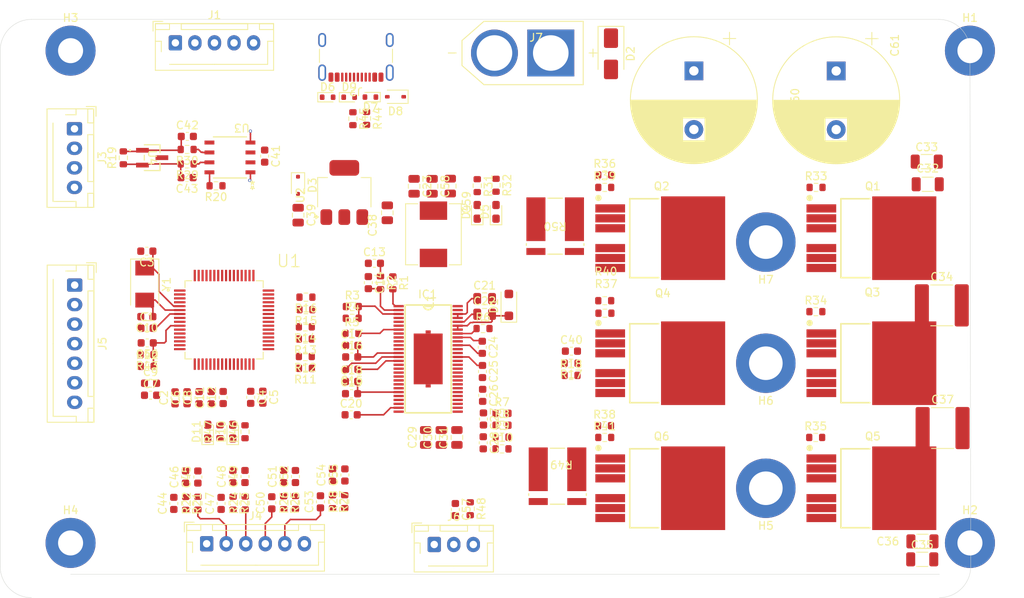
<source format=kicad_pcb>
(kicad_pcb (version 20240108) (generator "pcbnew") (generator_version "8.0")
  (layers (0 "F.Cu" signal) (31 "B.Cu" signal) (34 "B.Paste" user) (35 "F.Paste" user) (36 "B.SilkS" user "B.Silkscreen") (37 "F.SilkS" user "F.Silkscreen") (38 "B.Mask" user) (39 "F.Mask" user) (44 "Edge.Cuts" user))
  (net 0 "")
  (net 1 "NRST")
  (net 2 "GND")
  (net 3 "VCC")
  (net 4 "Net-(U1-PH0{slash}OSC_IN)")
  (net 5 "Net-(U1-VCAP_1)")
  (net 6 "Net-(U1-VCAP_2)")
  (net 7 "Net-(U1-PH1{slash}OSC_OUT)")
  (net 8 "Net-(C13-Pad2)")
  (net 9 "Net-(IC1-COMP)")
  (net 10 "Net-(IC1-CP2)")
  (net 11 "Net-(IC1-CP1)")
  (net 12 "Net-(IC1-GVDD)")
  (net 13 "Net-(IC1-DVDD)")
  (net 14 "Net-(IC1-AVDD)")
  (net 15 "Net-(C21-Pad1)")
  (net 16 "Net-(IC1-BST_BK)")
  (net 17 "Net-(D1-K)")
  (net 18 "Net-(IC1-BST_A)")
  (net 19 "/MOSFET DRIVER/H1_VS")
  (net 20 "Net-(IC1-BST_B)")
  (net 21 "/MOSFET DRIVER/H2_VS")
  (net 22 "/MOSFET DRIVER/H3_VS")
  (net 23 "Net-(IC1-BST_C)")
  (net 24 "Net-(IC1-SN1)")
  (net 25 "Net-(IC1-SP1)")
  (net 26 "Net-(IC1-SN2)")
  (net 27 "Net-(IC1-SP2)")
  (net 28 "V_SUPPLY")
  (net 29 "+5V")
  (net 30 "Net-(D3-A)")
  (net 31 "/MCU/ADC_TEMP")
  (net 32 "/CAN BUS/CANL")
  (net 33 "/CAN BUS/CANH")
  (net 34 "/HALL_FILTER/HALL1_IN")
  (net 35 "/HALL_FILTER/HALL1_OUT")
  (net 36 "/HALL_FILTER/HALL2_IN")
  (net 37 "/HALL_FILTER/HALL2_OUT")
  (net 38 "/HALL_FILTER/HALL3_IN")
  (net 39 "/HALL_FILTER/HALL3_OUT")
  (net 40 "/HALL_FILTER/TEMP_IN")
  (net 41 "/HALL_FILTER/TEMP_OUT")
  (net 42 "/MCU/AN_IN")
  (net 43 "/MCU/SERVO")
  (net 44 "Net-(D6-A2)")
  (net 45 "Net-(D7-A2)")
  (net 46 "Net-(D9-A2)")
  (net 51 "Net-(IC1-RT_CLK)")
  (net 52 "Net-(IC1-VSENSE)")
  (net 53 "Net-(IC1-DTC)")
  (net 54 "Net-(IC1-BIAS)")
  (net 55 "/MCU/SENS1")
  (net 56 "/MCU/SENS2")
  (net 57 "/MCU/SENS3")
  (net 58 "Net-(R20-Pad2)")
  (net 59 "Net-(U3-CANH)")
  (net 60 "Net-(U3-CANL)")
  (net 61 "Net-(D4-A)")
  (net 62 "Net-(D5-A)")
  (net 63 "Net-(Q1-Pad1)")
  (net 64 "/MOSFET DRIVER/M_H1")
  (net 65 "/MOSFET DRIVER/M_H2")
  (net 66 "Net-(Q3-Pad1)")
  (net 67 "/MOSFET DRIVER/M_H3")
  (net 68 "Net-(Q5-Pad1)")
  (net 69 "/MOSFET DRIVER/M_L1")
  (net 70 "Net-(Q2-Pad1)")
  (net 71 "Net-(Q4-Pad1)")
  (net 72 "/MOSFET DRIVER/M_L2")
  (net 73 "Net-(Q6-Pad1)")
  (net 74 "/MOSFET DRIVER/M_L3")
  (net 75 "/MOSFET DRIVER/HI_LOW")
  (net 76 "/MOSFET DRIVER/H3_LOW")
  (net 77 "/MCU/USB_DM")
  (net 78 "/MCU/USB_DP")
  (net 79 "/MCU/LED_RED")
  (net 80 "Net-(D10-A)")
  (net 81 "/MCU/LED_GREEN")
  (net 82 "Net-(D11-A)")
  (net 83 "Net-(J6-Pin_3)")
  (net 84 "/MCU/H3")
  (net 85 "/MCU/H1")
  (net 86 "/MCU/DC_CAL")
  (net 87 "/MCU/L3")
  (net 88 "/MCU/BR_S01")
  (net 89 "/MCU/FAULT")
  (net 90 "/MCU/L2")
  (net 91 "/MCU/BR_S02")
  (net 93 "/MCU/L1")
  (net 95 "/MCU/EN_GATE")
  (net 97 "/MCU/H2")
  (net 99 "/CAN BUS/CAN_TX")
  (net 100 "/CAN BUS/CAN_RX")
  (net 102 "/MCU/MISO_ADC_EXT2")
  (net 103 "/MCU/RX_SCL_MOSI")
  (net 110 "SWDIO")
  (net 112 "/MCU/TX_SDA_NSS")
  (net 113 "/MCU/SCK_ADC_EXT")
  (net 117 "SWCLK")
  (net 120 "/MOSFET DRIVER/SH1_A")
  (net 121 "/MOSFET DRIVER/SH1_B")
  (net 122 "/MOSFET DRIVER/SH2_A")
  (net 123 "/MOSFET DRIVER/SH2_B")
  (footprint "Resistor_SMD:R_0603_1608Metric" (layer "F.Cu") (at 95.0175 67.345 180)
    (property "Reference" "R14")
    (property "Value" "2k2")
  )
  (footprint "Resistor_SMD:R_0603_1608Metric" (layer "F.Cu") (at 95.03 72.65 180)
    (property "Reference" "R11")
    (property "Value" "39K")
  )
  (footprint "LED_SMD:LED_0603_1608Metric_Pad1.05x0.95mm_HandSolder" (layer "F.Cu") (at 119.4 52.625 90)
    (property "Reference" "D5")
    (property "Value" "RED")
  )
  (footprint "Connector_JST:JST_XH_B5B-XH-AM_1x05_P2.50mm_Vertical" (layer "F.Cu") (at 78.4 31)
    (property "Reference" "J1")
    (property "Value" "Conn_01x05_Socket")
  )
  (footprint "Capacitor_SMD:C_0805_2012Metric" (layer "F.Cu") (at 117.94155 63.7351)
    (property "Reference" "C21")
    (property "Value" "10uF/100V")
  )
  (footprint "Capacitor_SMD:C_0805_2012Metric" (layer "F.Cu") (at 105.5 52.75 90)
    (property "Reference" "C38")
    (property "Value" "10uF")
  )
  (footprint "Connector_JST:JST_XH_B7B-XH-AM_1x07_P2.50mm_Vertical" (layer "F.Cu") (at 65.525 62 -90)
    (property "Reference" "J5")
    (property "Value" "Conn_01x07_Socket")
  )
  (footprint "Capacitor_SMD:C_0603_1608Metric" (layer "F.Cu") (at 84.51 76.3875 90)
    (property "Reference" "C12")
    (property "Value" "2.2uF")
  )
  (footprint "Resistor_SMD:R_0603_1608Metric" (layer "F.Cu") (at 160.3 65.4)
    (property "Reference" "R34")
    (property "Value" "4R7")
  )
  (footprint "Resistor_SMD:R_0603_1608Metric" (layer "F.Cu") (at 133.3 81.5)
    (property "Reference" "R41")
    (property "Value" "39K")
  )
  (footprint "Resistor_SMD:R_0603_1608Metric" (layer "F.Cu") (at 120.16655 79.9351)
    (property "Reference" "R8")
    (property "Value" "100R")
  )
  (footprint "Capacitor_SMD:C_0603_1608Metric" (layer "F.Cu") (at 79.9 76.42 90)
    (property "Reference" "C6")
    (property "Value" "2.2uF")
  )
  (footprint "MountingHole:MountingHole_3.2mm_M3_Pad" (layer "F.Cu") (at 65 95)
    (property "Reference" "H4")
    (property "Value" "MountingHole_Pad")
  )
  (footprint "Capacitor_SMD:C_0805_2012Metric" (layer "F.Cu") (at 111.225 49.355 -90)
    (property "Reference" "C58")
    (property "Value" "10uF")
  )
  (footprint "MountingHole:MountingHole_3.2mm_M3_Pad" (layer "F.Cu") (at 180 95)
    (property "Reference" "H2")
    (property "Value" "MountingHole_Pad")
  )
  (footprint "Capacitor_SMD:C_0603_1608Metric" (layer "F.Cu") (at 98.5 86.325 90)
    (property "Reference" "C54")
    (property "Value" "100nF")
  )
  (footprint "Capacitor_SMD:C_0603_1608Metric" (layer "F.Cu") (at 78.36 76.43 90)
    (property "Reference" "C2")
    (property "Value" "2.2uF")
  )
  (footprint "Capacitor_SMD:C_1206_3216Metric" (layer "F.Cu") (at 174.475 46.2)
    (property "Reference" "C33")
    (property "Value" "10uF/50V")
  )
  (footprint "Capacitor_SMD:C_0805_2012Metric" (layer "F.Cu") (at 112.4 81.5 90)
    (property "Reference" "C30")
    (property "Value" "10uF/50V")
  )
  (footprint "ESDCAN24_2BLY:SOT_24-2BLY_STM-M" (layer "F.Cu") (at 75.43285 45.695 -90)
    (property "Reference" "U4")
    (property "Value" "ESDCAN24-2BLY")
  )
  (footprint "Resistor_SMD:R_0603_1608Metric" (layer "F.Cu") (at 117.74155 67.5601)
    (property "Reference" "R6")
    (property "Value" "1M")
  )
  (footprint "Resistor_SMD:R_0603_1608Metric" (layer "F.Cu") (at 102.84 40.67 -90)
    (property "Reference" "R44")
    (property "Value" "22R")
  )
  (footprint "Resistor_SMD:R_0603_1608Metric" (layer "F.Cu") (at 98.5 89.725 -90)
    (property "Reference" "R27")
    (property "Value" "2.2K")
  )
  (footprint "IRFS7530TRL7PP:TO127P1524X483-7N" (layer "F.Cu") (at 167.4 88)
    (property "Reference" "Q5")
    (property "Value" "IRFS7530TRL7PP")
  )
  (footprint "Capacitor_SMD:C_1206_3216Metric" (layer "F.Cu") (at 174.6 49.1)
    (property "Reference" "C32")
    (property "Value" "10uF/50V")
  )
  (footprint "Resistor_SMD:R_0603_1608Metric" (layer "F.Cu") (at 160.275 81.5)
    (property "Reference" "R35")
    (property "Value" "4R7")
  )
  (footprint "Resistor_SMD:R_0603_1608Metric" (layer "F.Cu") (at 119.4 49.225 -90)
    (property "Reference" "R32")
    (property "Value" "1K")
  )
  (footprint "Connector_JST:JST_XH_B3B-XH-AM_1x03_P2.50mm_Vertical" (layer "F.Cu") (at 111.5 95.2)
    (property "Reference" "J6")
    (property "Value" "Conn_01x03_Socket")
  )
  (footprint "Resistor_SMD:R_0603_1608Metric" (layer "F.Cu") (at 74.775 70.9 180)
    (property "Reference" "R43")
    (property "Value" "2.2K")
  )
  (footprint "Capacitor_SMD:C_0603_1608Metric" (layer "F.Cu") (at 100.075 86.3 90)
    (property "Reference" "C55")
    (property "Value" "4.7nF")
  )
  (footprint "Capacitor_SMD:C_0603_1608Metric" (layer "F.Cu") (at 74.75 57.66 180)
    (property "Reference" "C3")
    (property "Value" "15pF")
  )
  (footprint "Resistor_SMD:R_0603_1608Metric" (layer "F.Cu") (at 133.3 47.9)
    (property "Reference" "R36")
    (property "Value" "4R7")
  )
  (footprint "STM32F405RGT6:QFP50P1200X1200X160-64N" (layer "F.Cu") (at 84.63 66.45)
    (property "Reference" "U1")
    (property "Value" "STM32F405RGT6")
  )
  (footprint "Resistor_SMD:R_0603_1608Metric" (layer "F.Cu") (at 83.59745 49.295 180)
    (property "Reference" "R20")
    (property "Value" "10K")
  )
  (footprint "Capacitor_SMD:C_0603_1608Metric" (layer "F.Cu") (at 117.79155 79.1351 -90)
    (property "Reference" "C27")
    (property "Value" "2.2nF")
  )
  (footprint "Capacitor_SMD:C_0603_1608Metric" (layer "F.Cu") (at 103.075 61.6875 -90)
    (property "Reference" "C14")
    (property "Value" "120pF")
  )
  (footprint "Capacitor_SMD:C_0603_1608Metric" (layer "F.Cu") (at 92.25 86.5 90)
    (property "Reference" "C51")
    (property "Value" "100nF")
  )
  (footprint "Diode_SMD:D_SOD-323F" (layer "F.Cu") (at 94.08 49.2275 -90)
    (property "Reference" "D3")
    (property "Value" "BAT60A")
  )
  (footprint "Capacitor_SMD:C_0603_1608Metric" (layer "F.Cu") (at 117.66655 73.0601 -90)
    (property "Reference" "C25")
    (property "Value" "220nF")
  )
  (footprint "Resistor_SMD:R_0603_1608Metric" (layer "F.Cu") (at 81.275 89.9125 90)
    (property "Reference" "R22")
    (property "Value" "10K")
  )
  (footprint "Capacitor_SMD:C_0603_1608Metric" (layer "F.Cu") (at 79.7 86.5625 90)
    (property "Reference" "C46")
    (property "Value" "100nF")
  )
  (footprint "DRV8302:TSSOP-56_3" (layer "F.Cu") (at 110.725 71.45)
    (property "Reference" "IC1")
    (property "Value" "DRV8302")
  )
  (footprint "Capacitor_SMD:C_0603_1608Metric" (layer "F.Cu") (at 129.0425 70.455)
    (property "Reference" "C40")
    (property "Value" "2.2uF")
  )
  (footprint "Resistor_SMD:R_0603_1608Metric" (layer "F.Cu") (at 128.9925 73.555)
    (property "Reference" "R18")
    (property "Value" "10K")
  )
  (footprint "Resistor_SMD:R_0603_1608Metric" (layer "F.Cu") (at 120.16655 81.4601)
    (property "Reference" "R9")
    (property "Value" "100R")
  )
  (footprint "Capacitor_SMD:C_0603_1608Metric" (layer "F.Cu") (at 81.275 86.5625 90)
    (property "Reference" "C45")
    (property "Value" "4.7nF")
  )
  (footprint "Resistor_SMD:R_0603_1608Metric" (layer "F.Cu") (at 116.1 90.625 -90)
    (property "Reference" "R48")
    (property "Value" "2.2K")
  )
  (footprint "Capacitor_SMD:C_0603_1608Metric" (layer "F.Cu") (at 82.98 76.42 90)
    (property "Reference" "C11")
    (property "Value" "2.2uF")
  )
  (footprint "Resistor_SMD:R_0603_1608Metric" (layer "F.Cu") (at 95.0175 68.895 180)
    (property "Reference" "R13")
    (property "Value" "39K")
  )
  (footprint "Resistor_SMD:R_0603_1608Metric" (layer "F.Cu") (at 79.90745 44.645 180)
    (property "Reference" "R30")
    (property "Value" "10R")
  )
  (footprint "Capacitor_SMD:C_0603_1608Metric" (layer "F.Cu") (at 79.92745 42.975)
    (property "Reference" "C42")
    (property "Value" "51pF")
  )
  (footprint "Resistor_SMD:R_0603_1608Metric" (layer "F.Cu") (at 133.275 80)
    (property "Reference" "R38")
    (property "Value" "4R7")
  )
  (footprint "Capacitor_SMD:C_0603_1608Metric" (layer "F.Cu") (at 93.75 86.5 90)
    (property "Reference" "C52")
    (property "Value" "4.7nF")
  )
  (footprint "Resistor_SMD:R_0603_1608Metric" (layer "F.Cu") (at 101.025 64.75)
    (property "Reference" "R3")
    (property "Value" "18K")
  )
  (footprint "Capacitor_SMD:C_0603_1608Metric" (layer "F.Cu") (at 88.03 76.3625 -90)
    (property "Reference" "C4")
    (property "Value" "2.2uF")
  )
  (footprint "Capacitor_SMD:C_0603_1608Metric" (layer "F.Cu") (at 89.81745 45.495 -90)
    (property "Reference" "C41")
    (property "Value" "2.2uF")
  )
  (footprint "Resistor_SMD:R_0603_1608Metric" (layer "F.Cu") (at 74.8 72.4)
    (property "Reference" "R42")
    (property "Value" "39K")
  )
  (footprint "Capacitor_SMD:C_0603_1608Metric" (layer "F.Cu") (at 87.3 86.5 90)
    (property "Reference" "C49")
    (property "Value" "4.7nF")
  )
  (footprint "Capacitor_SMD:C_0603_1608Metric" (layer "F.Cu") (at 75.225 74.56)
    (property "Reference" "C9")
    (property "Value" "2.2uF")
  )
  (footprint "Crystal:Crystal_SMD_Abracon_ABM3-2Pin_5.0x3.2mm" (layer "F.Cu") (at 74.48 61.87 -90)
    (property "Reference" "Y1")
    (property "Value" "8MHz 10ppm")
  )
  (footprint "Resistor_SMD:R_0603_1608Metric" (layer "F.Cu") (at 87.325 89.8875 90)
    (property "Reference" "R24")
    (property "Value" "10K")
  )
  (footprint "Resistor_SMD:R_0603_1608Metric" (layer "F.Cu") (at 79.90745 46.495 180)
    (property "Reference" "R29")
    (property "Value" "10R")
  )
  (footprint "Capacitor_SMD:C_0805_2012Metric" (layer "F.Cu") (at 117.94155 65.7351)
    (property "Reference" "C22")
    (property "Value" "100nF")
  )
  (footprint "Resistor_SMD:R_0603_1608Metric" (layer "F.Cu") (at 84.105 80.7725 90)
    (property "Reference" "R47")
    (property "Value" "1K")
  )
  (footprint "Inductor_SMD:L_Chilisin_BMRB00060612" (layer "F.Cu") (at 111.4 55.5 90)
    (property "Reference" "L1")
    (property "Value" "22uH")
  )
  (footprint "Diode_SMD:D_SOD-523" (layer "F.Cu") (at 103.34 37.94 180)
    (property "Reference" "D7")
    (property "Value" "LESD5D5.0CT1G")
  )
  (footprint "Capacitor_SMD:C_0805_2012Metric" (layer "F.Cu") (at 110.4 81.5 90)
    (property "Reference" "C29")
    (property "Value" "10uF/50V")
  )
  (footprint "Capacitor_SMD:C_0603_1608Metric" (layer "F.Cu") (at 100.875 78.6)
    (property "Reference" "C20")
    (property "Value" "2.2uF")
  )
  (footprint "SN65HVD232DR:D8-L" (layer "F.Cu") (at 85.37745 45.665 180)
    (property "Reference" "U3")
    (property "Value" "SN65HVD232DR")
  )
  (footprint "WSLP27261L000FEA:WSLP2726_1mOHM_VIS" (layer "F.Cu") (at 127.2638 86.4615 180)
    (property "Reference" "R49")
    (property "Value" "1m")
  )
  (footprint "Capacitor_SMD:C_0603_1608Metric" (layer "F.Cu") (at 103.85 59.2125)
    (property "Reference" "C13")
    (property "Value" "6.8nF")
  )
  (footprint "Capacitor_SMD:C_0603_1608Metric" (layer "F.Cu") (at 100.95 71.2)
    (property "Reference" "C16")
    (property "Value" "2.2uF")
  )
  (footprint "Capacitor_SMD:C_0603_1608Metric" (layer "F.Cu") (at 117.69155 76.1101 -90)
    (property "Reference" "C26")
    (property "Value" "220nF")
  )
  (footprint "IRFS7530TRL7PP:TO127P1524X483-7N" (layer "F.Cu") (at 140.4 56)
    (property "Reference" "Q2")
    (property "Value" "IRFS7530TRL7PP")
  )
  (footprint "XT60-M:AMASS_XT60-M" (layer "F.Cu") (at 122.8 32.3 180)
    (property "Reference" "J7")
    (property "Value" "XT60-M")
  )
  (footprint "Capacitor_SMD:C_0805_2012Metric" (layer "F.Cu") (at 114.4 81.5 90)
    (property "Reference" "C31")
    (property "Value" "10uF/50V")
  )
  (footprint "Capacitor_SMD:C_0603_1608Metric" (layer "F.Cu") (at 75.225 76.1)
    (property "Reference" "C7")
    (property "Value" "2.2uF")
  )
  (footprint "Connector_USB:USB_C_Receptacle_GCT_USB4105-xx-A_16P_TopMnt_Horizontal" (layer "F.Cu") (at 101.49 31.71 180)
    (property "Reference" "J2")
    (property "Value" "USB_C_Receptacle_USB2.0_16P")
  )
  (footprint "Capacitor_SMD:C_0603_1608Metric" (layer "F.Cu") (at 74.75 66.04 180)
    (property "Reference" "C10")
    (property "Value" "15pF")
  )
  (footprint "MountingHole:MountingHole_3.2mm_M3_Pad" (layer "F.Cu") (at 180 32)
    (property "Reference" "H1")
    (property "Value" "MountingHole_Pad")
  )
  (footprint "Resistor_SMD:R_0603_1608Metric" (layer "F.Cu") (at 93.75 89.825 90)
    (property "Reference" "R26")
    (property "Value" "10K")
  )
  (footprint "Capacitor_SMD:C_0603_1608Metric" (layer "F.Cu") (at 100.95 69.725)
    (property "Reference" "C17")
    (property "Value" "2.2uF")
  )
  (footprint "Resistor_SMD:R_0603_1608Metric" (layer "F.Cu") (at 117 49.275 -90)
    (property "Reference" "R31")
    (property "Value" "1K")
  )
  (footprint "Package_TO_SOT_SMD:SOT-223-3_TabPin2" (layer "F.Cu") (at 100 50.15 90)
    (property "Reference" "U2")
    (property "Value" "AMS1117-3.3")
  )
  (footprint "Capacitor_SMD:C_0805_2012Metric" (layer "F.Cu") (at 94.1 53.05 -90)
    (property "Reference" "C39")
    (property "Value" "22uF")
  )
  (footprint "Resistor_SMD:R_0603_1608Metric" (layer "F.Cu") (at 120.16655 78.4101)
    (property "Reference" "R7")
    (property "Value" "100R")
  )
  (footprint "MountingHole:MountingHole_3.2mm_M3_Pad" (layer "F.Cu") (at 65 32)
    (property "Reference" "H3")
    (property "Value" "MountingHole_Pad")
  )
  (footprint "Capacitor_SMD:C_0805_2012Metric" (layer "F.Cu") (at 108.925 49.355 -90)
    (property "Reference" "C23")
    (property "Value" "10uF")
  )
  (footprint "WSLP27261L000FEA:WSLP2726_1mOHM_VIS" (layer "F.Cu") (at 126.9638 54.4615 180)
    (property "Reference" "R50")
    (property "Value" "1m")
  )
  (footprint "MountingHole:MountingHole_4.3mm_M4_ISO7380_Pad" (layer "F.Cu") (at 153.9 56.5 180)
    (property "Reference" "H7")
    (property "Value" "MountingHole_Pad")
  )
  (footprint "Capacitor_SMD:C_0603_1608Metric" (layer "F.Cu") (at 117.64155 69.9601 -90)
    (property "Reference" "C24")
    (property "Value" "220nF")
  )
  (footprint "Capacitor_THT:CP_Radial_D16.0mm_P7.50mm" (layer "F.Cu") (at 162.9 34.6 -90)
    (property "Reference" "C61")
    (property "Value" "820uF/80V")
  )
  (footprint "Connector_JST:JST_XH_B6B-XH-AM_1x06_P2.50mm_Vertical" (layer "F.Cu") (at 82.4 95.1)
    (property "Reference" "J4")
    (property "Value" "HALL SENSOR")
  )
  (footprint "Resistor_SMD:R_0603_1608Metric" (layer "F.Cu") (at 95.0925 65.145 180)
    (property "Reference" "R15")
    (property "Value" "39K")
  )
  (footprint "Resistor_SMD:R_0603_1608Metric" (layer "F.Cu") (at 92.25 89.85 -90)
    (property "Reference" "R25")
    (property "Value" "2.2K")
  )
  (footprint "Resistor_SMD:R_0603_1608Metric" (layer "F.Cu") (at 104.625 61.7 -90)
    (property "Reference" "R2")
    (property "Value" "15K")
  )
  (footprint "IRFS7530TRL7PP:TO127P1524X483-7N" (layer "F.Cu") (at 167.4 56)
    (property "Reference" "Q1")
    (property "Value" "IRFS7530TRL7PP")
  )
  (footprint "Capacitor_SMD:C_0603_1608Metric" (layer "F.Cu") (at 74.78 67.52)
    (property "Reference" "C1")
    (property "Value" "100nF")
  )
  (footprint "Diode_SMD:D_SOD-523" (layer "F.Cu") (at 97.87 37.96)
    (property "Reference" "D6")
    (property "Value" "LESD5D5.0CT1G")
  )
  (footprint "Resistor_SMD:R_0603_1608Metric" (layer "F.Cu") (at 100.975 68.175)
    (property "Reference" "R5")
    (property "Value" "10K")
  )
  (footprint "Capacitor_SMD:C_0603_1608Metric" (layer "F.Cu") (at 85.75 86.5125 90)
    (property "Reference" "C48")
    (property "Value" "100nF")
  )
  (footprint "MountingHole:MountingHole_4.3mm_M4_ISO7380_Pad" (layer "F.Cu") (at 153.9 72 180)
    (property "Reference" "H6")
    (property "Value" "MountingHole_Pad")
  )
  (footprint "IRFS7530TRL7PP:TO127P1524X483-7N" (layer "F.Cu") (at 140.4 72)
    (property "Reference" "Q4")
    (property "Value" "IRFS7530TRL7PP")
  )
  (footprint "Capacitor_THT:CP_Radial_D16.0mm_P7.50mm" (layer "F.Cu") (at 144.7 34.587246 -90)
    (property "Reference" "C60")
    (property "Value" "820uF/80V")
  )
  (footprint "Resistor_SMD:R_0603_1608Metric" (layer "F.Cu") (at 95.0175 71.145 180)
    (property "Reference" "R12")
    (property "Value" "2k2")
  )
  (footprint "Capacitor_SMD:C_0603_1608Metric" (layer "F.Cu") (at 81.43 76.4075 90)
    (property "Reference" "C8")
    (property "Value" "2.2uF")
  )
  (footprint "Capacitor_SMD:C_0603_1608Metric" (layer "F.Cu") (at 78.2 89.9375 90)
    (property "Reference" "C44")
    (property "Value" "4.7nF")
  )
  (footprint "Resistor_SMD:R_0603_1608Metric" (layer "F.Cu") (at 85.775 89.9125 -90)
    (property "Reference" "R23")
    (property "Value" "2.2K")
  )
  (footprint "Capacitor_SMD:C_2220_5750Metric" (layer "F.Cu") (at 176.5 80.3)
    (property "Reference" "C37")
    (property "Value" "15uF/100V")
  )
  (footprint "IRFS7530TRL7PP:TO127P1524X483-7N" (layer "F.Cu") (at 167.4 72)
    (property "Reference" "Q3")
    (property "Value" "IRFS7530TRL7PP")
  )
  (footprint "Resistor_SMD:R_0603_1608Metric" (layer "F.Cu") (at 79.725 89.9375 -90)
    (property "Reference" "R21")
    (property "Value" "2.2K")
  )
  (footprint "LED_SMD:LED_0603_1608Metric_Pad1.05x0.95mm_HandSolder" (layer "F.Cu") (at 82.53 80.75 90)
    (property "Reference" "D11")
    (property "Value" "GREEN")
  )
  (footprint "Capacitor_SMD:C_0603_1608Metric" (layer "F.Cu") (at 90.725 89.8625 90)
    (property "Reference" "C50")
    (property "Value" "4.7nF")
  )
  (footprint "Resistor_SMD:R_0603_1608Metric" (layer "F.Cu") (at 120.16655 82.9601)
    (property "Reference" "R10")
    (property "Value" "100R")
  )
  (footprint "Diode_SMD:D_SOD-523" (layer "F.Cu") (at 100.6225 37.96)
    (property "Reference" "D9")
    (property "Value" "LESD5D5.0CT1G")
  )
  (footprint "Connector_JST:JST_XH_B4B-XH-AM_1x04_P2.50mm_Vertical" (layer "F.Cu") (at 65.5 42 -90)
    (property "Reference" "J3")
    (property "Value" "CAN BUS")
  )
  (footprint "IRFS7530TRL7PP:TO127P1524X483-7N" (layer "F.Cu") (at 140.4 88)
    (property "Reference" "Q6")
    (property "Value" "IRFS7530TRL7PP")
  )
  (footprint "Resistor_SMD:R_0603_1608Metric" (layer "F.Cu") (at 133.325 65.6)
    (property "Reference" "R37")
    (property "Value" "4R7")
  )
  (footprint "Resistor_SMD:R_0603_1608Metric" (layer "F.Cu") (at 87.305 80.7725 90)
    (property "Reference" "R46")
    (property "Value" "1K")
  )
  (footprint "Resistor_SMD:R_0603_1608Metric" (layer "F.Cu") (at 133.3 49.5)
    (property "Reference" "R39")
    (property "Value" "39K")
  )
  (footprint "Resistor_SMD:R_0603_1608Metric" (layer "F.Cu") (at 101.0125 66.25)
    (property "Reference" "R4")
    (property "Value" "3.3K")
  )
  (footprint "Resistor_SMD:R_0603_1608Metric" (layer "F.Cu") (at 95.0925 63.545 180)
    (property "Reference" "R16")
    (property "Value" "2k2")
  )
  (footprint "Resistor_SMD:R_0603_1608Metric" (layer "F.Cu") (at 160.325 49.5)
    (property "Reference" "R33")
    (property "Value" "4R7")
  )
  (footprint "LED_SMD:LED_0603_1608Metric_Pad1.05x0.95mm_HandSolder" (layer "F.Cu") (at 85.73 80.75 90)
    (property "Reference" "D10")
    (property "Value" "BLUE")
  )
  (footprint "Capacitor_SMD:C_2220_5750Metric" (layer "F.Cu") (at 176.4 64.6)
    (property "Reference" "C34")
    (property "Value" "15uF/100V")
  )
  (footprint "Diode_SMD:D_SMA" (layer "F.Cu") (at 134.1 32.4 -90)
    (property "Reference" "D2")
    (property "Value" "SMAJ60A")
  )
  (footprint "Resistor_SMD:R_0603_1608Metric" (layer "F.Cu") (at 133.3 64)
    (property "Reference" "R40")
    (property "Value" "39K")
  )
  (footprint "Capacitor_SMD:C_1206_3216Metric" (layer "F.Cu") (at 173.925 94.8)
    (property "Reference" "C36")
    (property "Value" "10uF/50V")
  )
  (footprint "Diode_SMD:D_SOD-123F" (layer "F.Cu") (at 121.04155 64.5351 90)
    (property "Reference" "D1")
    (property "Value" "PMEG6020")
  )
  (footprint "Capacitor_SMD:C_0603_1608Metric" (layer "F.Cu") (at 89.58 76.345 -90)
    (property "Reference" "C5")
    (property "Value" "2.2uF")
  )
  (footprint "Resistor_SMD:R_0603_1608Metric" (layer "F.Cu") (at 106.2 61.7125 -90)
    (property "Reference" "R1")
    (property "Value" "220K")
  )
  (footprint "Capacitor_SMD:C_0603_1608Metric" (layer "F.Cu") (at 79.88745 48.245 180)
    (property "Reference" "C43")
    (property "Value" "51pF")
  )
  (footprint "Capacitor_SMD:C_1206_3216Metric" (layer "F.Cu") (at 173.9 97.1)
    (property "Reference" "C35")
    (property "Value" "10uF/50V")
  )
  (footprint "Capacitor_SMD:C_0603_1608Metric" (layer "F.Cu") (at 84.25 89.9375 90)
    (property "Reference" "C47")
    (property "Value" "4.7nF")
  )
  (footprint "Capacitor_SMD:C_0603_1608Metric" (layer "F.Cu") (at 100.95 72.775 180)
    (property "Reference" "C15")
    (property "Value" "22nF")
  )
  (footprint "Resistor_SMD:R_0603_1608Metric" (layer "F.Cu") (at 71.74745 45.715 90)
    (property "Reference" "R19")
    (property "Value" "120R")
  )
  (footprint "Resistor_SMD:R_0603_1608Metric" (layer "F.Cu") (at 101.1 40.7075 -90)
    (property "Reference" "R45")
    (property "Value" "22R")
  )
  (footprint "MountingHole:MountingHole_4.3mm_M4_ISO7380_Pad" (layer "F.Cu") (at 153.9 88 180)
    (property "Reference" "H5")
    (property "Value" "MountingHole_Pad")
  )
  (footprint "LED_SMD:LED_0603_1608Metric_Pad1.05x0.95mm_HandSolder" (layer "F.Cu") (at 117 52.625 90)
    (property "Reference" "D4")
    (property "Value" "GREEN")
  )
  (footprint "Capacitor_SMD:C_0805_2012Metric" (layer "F.Cu") (at 113.55 49.33 -90)
    (property "Reference" "C59")
    (property "Value" "10uF")
  )
  (footprint "Resistor_SMD:R_0603_1608Metric" (layer "F.Cu") (at 129 72 180)
    (property "Reference" "R17")
    (property "Value" "NTC_10K")
  )
  (footprint "Capacitor_SMD:C_0603_1608Metric" (layer "F.Cu") (at 96.95 89.7375 90)
    (property "Reference" "C53")
    (property "Value" "4.7nF")
  )
  (footprint "Diode_SMD:D_SOD-323" (layer "F.Cu") (at 106.55 37.9 180)
    (property "Reference" "D8")
    (property "Value" "BAT760-7")
  )
  (footprint "Capacitor_SMD:C_0603_1608Metric" (layer "F.Cu") (at 100.925 74.345)
    (property "Reference" "C18")
    (property "Value" "2.2uF")
  )
  (footprint "Capacitor_SMD:C_0603_1608Metric" (layer "F.Cu") (at 114.2 90.725 -90)
    (property "Reference" "C57")
    (property "Value" "100nF")
  )
  (footprint "Resistor_SMD:R_0603_1608Metric" (layer "F.Cu") (at 100.05 89.7125 90)
    (property "Reference" "R28")
    (property "Value" "10K")
  )
  (footprint "Capacitor_SMD:C_0603_1608Metric" (layer "F.Cu") (at 100.925 75.9)
    (property "Reference" "C19")
    (property "Value" "2.2uF")
  )
  (footprint "Capacitor_SMD:C_0603_1608Metric" (layer "F.Cu") (at 117.76655 82.1851 -90)
    (property "Reference" "C28")
    (property "Value" "2.2nF")
  )
  (footprint "Capacitor_SMD:C_0603_1608Metric" (layer "F.Cu") (at 74.8 69.4 180)
    (property "Reference" "C56")
    (property "Value" "100nF")
  )
  (gr_arc (start 180.1 98) (mid 178.928427 100.828427) (end 176.1 102) (stroke (width 0.05)) (layer "Edge.Cuts"))
  (gr_arc (start 60 102) (mid 57.171573 100.828427) (end 56 98) (stroke (width 0.05)) (layer "Edge.Cuts"))
  (gr_line (start 176 28) (end 60 28) (stroke (width 0.05)) (layer "Edge.Cuts"))
  (gr_arc (start 56 32) (mid 57.171573 29.171573) (end 60 28) (stroke (width 0.05)) (layer "Edge.Cuts"))
  (gr_line (start 56 32) (end 56 98) (stroke (width 0.05)) (layer "Edge.Cuts"))
  (gr_line (start 180.1 98) (end 180 32) (stroke (width 0.05)) (layer "Edge.Cuts"))
  (gr_arc (start 176 28) (mid 178.828427 29.171573) (end 180 32) (stroke (width 0.05)) (layer "Edge.Cuts"))
  (gr_line (start 65 99) (end 176.1 99) (stroke (width 0.05)) (layer "Edge.Cuts"))
  (segment (start 77.7 65.7) (end 78.96 65.7) (width 0.2) (layer "F.Cu") (net 1))
  (segment (start 75.555 67.52) (end 75.88 67.52) (width 0.2) (layer "F.Cu") (net 1))
  (segment (start 75.88 67.52) (end 77.7 65.7) (width 0.2) (layer "F.Cu") (net 1))
  (segment (start 78.180268 64.7) (end 76.3 62.819732) (width 0.2) (layer "F.Cu") (net 4))
  (segment (start 75.525 57.66) (end 75.525 58.775) (width 0.2) (layer "F.Cu") (net 4))
  (segment (start 76.3 60.6) (end 75.52 59.82) (width 0.2) (layer "F.Cu") (net 4))
  (segment (start 76.3 62.819732) (end 76.3 60.6) (width 0.2) (layer "F.Cu") (net 4))
  (segment (start 78.96 64.7) (end 78.180268 64.7) (width 0.2) (layer "F.Cu") (net 4))
  (segment (start 75.52 59.82) (end 74.48 59.82) (width 0.2) (layer "F.Cu") (net 4))
  (segment (start 75.525 58.775) (end 74.48 59.82) (width 0.2) (layer "F.Cu") (net 4))
  (segment (start 75.525 64.965) (end 74.48 63.92) (width 0.2) (layer "F.Cu") (net 7))
  (segment (start 75.82 63.92) (end 77.1 65.2) (width 0.2) (layer "F.Cu") (net 7))
  (segment (start 75.525 66.04) (end 75.525 64.965) (width 0.2) (layer "F.Cu") (net 7))
  (segment (start 74.48 63.92) (end 75.82 63.92) (width 0.2) (layer "F.Cu") (net 7))
  (segment (start 77.1 65.2) (end 78.96 65.2) (width 0.2) (layer "F.Cu") (net 7))
  (segment (start 104.625 60.875) (end 104.625 59.2125) (width 0.2) (layer "F.Cu") (net 8))
  (segment (start 105.125 65.2) (end 106.95 65.2) (width 0.2) (layer "F.Cu") (net 9))
  (segment (start 104.5625 62.4625) (end 104.625 62.525) (width 0.2) (layer "F.Cu") (net 9))
  (segment (start 104.625 62.525) (end 104.625 64.7) (width 0.2) (layer "F.Cu") (net 9))
  (segment (start 104.625 64.7) (end 105.125 65.2) (width 0.2) (layer "F.Cu") (net 9))
  (segment (start 103.075 62.4625) (end 104.5625 62.4625) (width 0.2) (layer "F.Cu") (net 9))
  (segment (start 101.725 72.775) (end 104.25 72.775) (width 0.2) (layer "F.Cu") (net 10))
  (segment (start 105.325 71.7) (end 106.95 71.7) (width 0.2) (layer "F.Cu") (net 10))
  (segment (start 104.25 72.775) (end 105.325 71.7) (width 0.2) (layer "F.Cu") (net 10))
  (segment (start 100.95 72) (end 100.175 72.775) (width 0.2) (layer "F.Cu") (net 11))
  (segment (start 106.95 71.2) (end 104.825 71.2) (width 0.2) (layer "F.Cu") (net 11))
  (segment (start 104.025 72) (end 100.95 72) (width 0.2) (layer "F.Cu") (net 11))
  (segment (start 104.825 71.2) (end 104.025 72) (width 0.2) (layer "F.Cu") (net 11))
  (segment (start 106.95 70.7) (end 104.225 70.7) (width 0.2) (layer "F.Cu") (net 12))
  (segment (start 101.725 69.725) (end 101.725 71.2) (width 0.2) (layer "F.Cu") (net 12))
  (segment (start 103.725 71.2) (end 101.725 71.2) (width 0.2) (layer "F.Cu") (net 12))
  (segment (start 104.225 70.7) (end 103.725 71.2) (width 0.2) (layer "F.Cu") (net 12))
  (segment (start 101.7 74.345) (end 101.7 75.9) (width 0.2) (layer "F.Cu") (net 13))
  (segment (start 106.95 75.7) (end 101.9 75.7) (width 0.2) (layer "F.Cu") (net 13))
  (segment (start 101.9 75.7) (end 101.7 75.9) (width 0.2) (layer "F.Cu") (net 13))
  (segment (start 101.65 78.6) (end 105.025 78.6) (width 0.2) (layer "F.Cu") (net 14))
  (segment (start 105.925 77.7) (end 106.95 77.7) (width 0.2) (layer "F.Cu") (net 14))
  (segment (start 105.025 78.6) (end 105.925 77.7) (width 0.2) (layer "F.Cu") (net 14))
  (segment (start 115.725 65.5) (end 115.725 64.3) (width 0.2) (layer "F.Cu") (net 15))
  (segment (start 114.5 65.7) (end 115.525 65.7) (width 0.2) (layer "F.Cu") (net 15))
  (segment (start 115.725 64.3) (end 116.2899 63.7351) (width 0.2) (layer "F.Cu") (net 15))
  (segment (start 114.5 65.7) (end 114.5 66.2) (width 0.2) (layer "F.Cu") (net 15))
  (segment (start 115.525 65.7) (end 115.725 65.5) (width 0.2) (layer "F.Cu") (net 15))
  (segment (start 116.2899 63.7351) (end 116.99155 63.7351) (width 0.2) (layer "F.Cu") (net 15))
  (segment (start 116.2899 65.7351) (end 116.99155 65.7351) (width 0.2) (layer "F.Cu") (net 16))
  (segment (start 114.5 66.7) (end 115.325 66.7) (width 0.2) (layer "F.Cu") (net 16))
  (segment (start 115.325 66.7) (end 116.2899 65.7351) (width 0.2) (layer "F.Cu") (net 16))
  (segment (start 116.4649 66.7601) (end 118.7649 66.7601) (width 0.2) (layer "F.Cu") (net 17))
  (segment (start 114.5 67.7) (end 114.5 67.2) (width 0.2) (layer "F.Cu") (net 17))
  (segment (start 114.5 67.2) (end 115.725 67.2) (width 0.2) (layer "F.Cu") (net 17))
  (segment (start 116.425 66.8) (end 116.4649 66.7601) (width 0.2) (layer "F.Cu") (net 17))
  (segment (start 118.89155 66.63345) (end 118.89155 65.7351) (width 0.2) (layer "F.Cu") (net 17))
  (segment (start 115.725 67.2) (end 116.125 66.8) (width 0.2) (layer "F.Cu") (net 17))
  (segment (start 119.09155 65.9351) (end 118.89155 65.7351) (width 0.2) (layer "F.Cu") (net 17))
  (segment (start 121.04155 65.9351) (end 119.09155 65.9351) (width 0.2) (layer "F.Cu") (net 17))
  (segment (start 118.7649 66.7601) (end 118.89155 66.63345) (width 0.2) (layer "F.Cu") (net 17))
  (segment (start 116.125 66.8) (end 116.425 66.8) (width 0.2) (layer "F.Cu") (net 17))
  (segment (start 114.5 68.7) (end 116.125 68.7) (width 0.2) (layer "F.Cu") (net 18))
  (segment (start 117.55645 69.1) (end 117.64155 69.1851) (width 0.2) (layer "F.Cu") (net 18))
  (segment (start 116.525 69.1) (end 117.55645 69.1) (width 0.2) (layer "F.Cu") (net 18))
  (segment (start 116.125 68.7) (end 116.525 69.1) (width 0.2) (layer "F.Cu") (net 18))
  (segment (start 117.0601 70.7351) (end 116.025 69.7) (width 0.2) (layer "F.Cu") (net 19))
  (segment (start 116.025 69.7) (end 114.5 69.7) (width 0.2) (layer "F.Cu") (net 19))
  (segment (start 117.64155 70.7351) (end 117.0601 70.7351) (width 0.2) (layer "F.Cu") (net 19))
  (segment (start 117.0101 72.2851) (end 117.66655 72.2851) (width 0.2) (layer "F.Cu") (net 20))
  (segment (start 115.925 71.2) (end 117.0101 72.2851) (width 0.2) (layer "F.Cu") (net 20))
  (segment (start 114.5 71.2) (end 115.925 71.2) (width 0.2) (layer "F.Cu") (net 20))
  (segment (start 79.15245 42.975) (end 79.15245 44.575) (width 0.2) (layer "F.Cu") (net 32))
  (segment (start 74.18825 44.74504) (end 78.98241 44.74504) (width 0.2) (layer "F.Cu") (net 32))
  (segment (start 78.98241 44.74504) (end 79.08245 44.645) (width 0.2) (layer "F.Cu") (net 32))
  (segment (start 71.74745 44.89) (end 74.04329 44.89) (width 0.2) (layer "F.Cu") (net 32))
  (segment (start 74.04329 44.89) (end 74.18825 44.74504) (width 0.2) (layer "F.Cu") (net 32))
  (segment (start 79.15245 44.575) (end 79.08245 44.645) (width 0.2) (layer "F.Cu") (net 32))
  (segment (start 79.08245 46.495) (end 79.08245 48.215) (width 0.2) (layer "F.Cu") (net 33))
  (segment (start 74.18825 46.64496) (end 74.33821 46.495) (width 0.2) (layer "F.Cu") (net 33))
  (segment (start 74.08329 46.54) (end 74.18825 46.64496) (width 0.2) (layer "F.Cu") (net 33))
  (segment (start 74.33821 46.495) (end 79.08245 46.495) (width 0.2) (layer "F.Cu") (net 33))
  (segment (start 71.74745 46.54) (end 74.08329 46.54) (width 0.2) (layer "F.Cu") (net 33))
  (segment (start 79.08245 48.215) (end 79.11245 48.245) (width 0.2) (layer "F.Cu") (net 33))
  (segment (start 84.9 92.8) (end 84.9 95.1) (width 0.2) (layer "F.Cu") (net 34))
  (segment (start 81.275 91.575) (end 81.275 90.7375) (width 0.2) (layer "F.Cu") (net 34))
  (segment (start 81.6 91.9) (end 81.275 91.575) (width 0.2) (layer "F.Cu") (net 34))
  (segment (start 81.6 91.9) (end 84 91.9) (width 0.2) (layer "F.Cu") (net 34))
  (segment (start 84 91.9) (end 84.9 92.8) (width 0.2) (layer "F.Cu") (net 34))
  (segment (start 87.4 95.1) (end 87.4 90.7875) (width 0.2) (layer "F.Cu") (net 36))
  (segment (start 87.4 90.7875) (end 87.325 90.7125) (width 0.2) (layer "F.Cu") (net 36))
  (segment (start 89.9 92.5) (end 89.9 95.1) (width 0.2) (layer "F.Cu") (net 38))
  (segment (start 90.725 90.6375) (end 90.725 91.675) (width 0.2) (layer "F.Cu") (net 38))
  (segment (start 90.725 91.675) (end 89.9 92.5) (width 0.2) (layer "F.Cu") (net 38))
  (segment (start 96.95 91.45) (end 96.95 90.5125) (width 0.2) (layer "F.Cu") (net 40))
  (segment (start 93.1 92) (end 96.4 92) (width 0.2) (layer "F.Cu") (net 40))
  (segment (start 92.4 92.7) (end 93.1 92) (width 0.2) (layer "F.Cu") (net 40))
  (segment (start 92.4 95.1) (end 92.4 92.7) (width 0.2) (layer "F.Cu") (net 40))
  (segment (start 96.4 92) (end 96.95 91.45) (width 0.2) (layer "F.Cu") (net 40))
  (segment (start 75.575 69.4) (end 77 69.4) (width 0.2) (layer "F.Cu") (net 42))
  (segment (start 77.2 69.2) (end 77.2 67.8) (width 0.2) (layer "F.Cu") (net 42))
  (segment (start 75.575 70.875) (end 75.6 70.9) (width 0.2) (layer "F.Cu") (net 42))
  (segment (start 77.8 67.2) (end 78.96 67.2) (width 0.2) (layer "F.Cu") (net 42))
  (segment (start 75.575 69.4) (end 75.575 70.875) (width 0.2) (layer "F.Cu") (net 42))
  (segment (start 75.6 72.375) (end 75.625 72.4) (width 0.2) (layer "F.Cu") (net 42))
  (segment (start 77.2 67.8) (end 77.8 67.2) (width 0.2) (layer "F.Cu") (net 42))
  (segment (start 77 69.4) (end 77.2 69.2) (width 0.2) (layer "F.Cu") (net 42))
  (segment (start 75.6 70.9) (end 75.6 72.375) (width 0.2) (layer "F.Cu") (net 42))
  (segment (start 106.95 64.7) (end 106.525 64.7) (width 0.2) (layer "F.Cu") (net 51))
  (segment (start 106.225 62.5625) (end 106.2 62.5375) (width 0.2) (layer "F.Cu") (net 51))
  (segment (start 106.225 64.4) (end 106.225 62.5625) (width 0.2) (layer "F.Cu") (net 51))
  (segment (start 106.525 64.7) (end 106.225 64.4) (width 0.2) (layer "F.Cu") (net 51))
  (segment (start 101.85 66.2375) (end 101.8375 66.25) (width 0.2) (layer "F.Cu") (net 52))
  (segment (start 103.925 64.7) (end 101.9 64.7) (width 0.2) (layer "F.Cu") (net 52))
  (segment (start 101.9 64.7) (end 101.85 64.75) (width 0.2) (layer "F.Cu") (net 52))
  (segment (start 104.925 65.7) (end 103.925 64.7) (width 0.2) (layer "F.Cu") (net 52))
  (segment (start 106.95 65.7) (end 104.925 65.7) (width 0.2) (layer "F.Cu") (net 52))
  (segment (start 101.85 64.75) (end 101.85 66.2375) (width 0.2) (layer "F.Cu") (net 52))
  (segment (start 105.025 67.7) (end 106.95 67.7) (width 0.2) (layer "F.Cu") (net 53))
  (segment (start 104.55 68.175) (end 105.025 67.7) (width 0.2) (layer "F.Cu") (net 53))
  (segment (start 101.8 68.175) (end 104.55 68.175) (width 0.2) (layer "F.Cu") (net 53))
  (segment (start 114.5 68.2) (end 116.27665 68.2) (width 0.2) (layer "F.Cu") (net 54))
  (segment (start 116.27665 68.2) (end 116.91655 67.5601) (width 0.2) (layer "F.Cu") (net 54))
  (segment (start 82.77245 49.295) (end 82.77245 47.58755) (width 0.2) (layer "F.Cu") (net 58))
  (segment (start 82.77245 47.58755) (end 82.7549 47.57) (width 0.2) (layer "F.Cu") (net 58))
  (segment (start 80.73245 46.495) (end 81.405 46.495) (width 0.2) (layer "F.Cu") (net 59))
  (segment (start 81.6 46.3) (end 82.7549 46.3) (width 0.2) (layer "F.Cu") (net 59))
  (segment (start 81.405 46.495) (end 81.6 46.3) (width 0.2) (layer "F.Cu") (net 59))
  (segment (start 81.345 44.645) (end 81.7 45) (width 0.2) (layer "F.Cu") (net 60))
  (segment (start 81.9 45) (end 81.93 45.03) (width 0.2) (layer "F.Cu") (net 60))
  (segment (start 81.93 45.03) (end 82.7549 45.03) (width 0.2) (layer "F.Cu") (net 60))
  (segment (start 80.73245 44.645) (end 81.345 44.645) (width 0.2) (layer "F.Cu") (net 60))
  (segment (start 81.7 45) (end 81.9 45) (width 0.2) (layer "F.Cu") (net 60))
  (segment (start 88 47.57) (end 88 48.5) (width 0.2) (layer "F.Cu") (net 99))
  (segment (start 88 48.5) (end 87.9 48.6) (width 0.2) (layer "F.Cu") (net 99))
  (via (at 87.9 48.6) (size 0.4) (drill 0.25) (layers "F.Cu" "B.Cu") (net 99))
  (segment (start 88 42.7) (end 88 42.3) (width 0.2) (layer "F.Cu") (net 100))
  (segment (start 88 43.76) (end 88 42.7) (width 0.2) (layer "F.Cu") (net 100))
  (via (at 88 42.3) (size 0.4) (drill 0.25) (layers "F.Cu" "B.Cu") (net 100))
)
</source>
